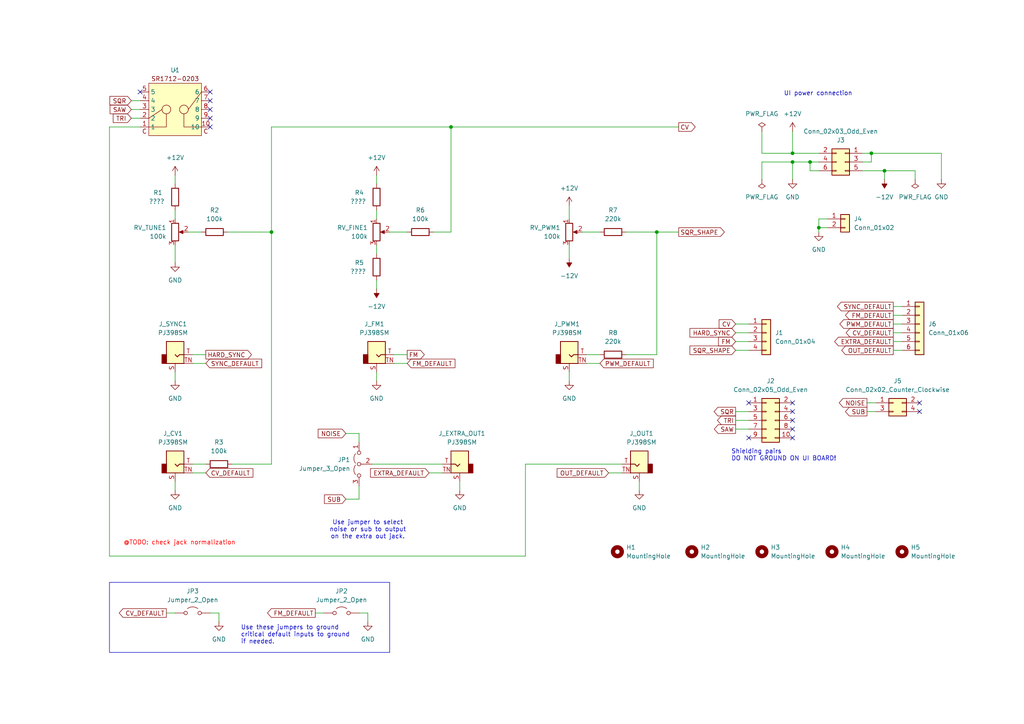
<source format=kicad_sch>
(kicad_sch (version 20250114) (generator "eeschema") (generator_version "9.0")
  (paper "A4")
  (title_block (title "Hog Moduleur VCO UI") (date "2025-07-06") (rev "v0.1") (company "Shmøergh"))
  (lib_symbols
    (symbol "Connector_Generic:Conn_01x02" (pin_names (offset 1.016) (hide yes))
      (property "Reference" "J" (at 0 2.54 0))
      (property "Value" "Conn_01x02" (at 0 -5.08 0))
      (symbol "Conn_01x02_1_1"
        (rectangle (start -1.27 1.27) (end 1.27 -3.81) (stroke (width 0.254)) (fill (type background)))
        (rectangle (start -1.27 0.127) (end 0 -0.127) (stroke (width 0.1524)))
        (rectangle (start -1.27 -2.413) (end 0 -2.667) (stroke (width 0.1524)))
        (pin passive line (at -5.08 0 0) (length 3.81) (name "Pin_1") (number "1"))
        (pin passive line (at -5.08 -2.54 0) (length 3.81) (name "Pin_2") (number "2"))
      )
    )
    (symbol "Connector_Generic:Conn_01x04" (pin_names (offset 1.016) (hide yes))
      (property "Reference" "J" (at 0 5.08 0))
      (property "Value" "Conn_01x04" (at 0 -7.62 0))
      (symbol "Conn_01x04_1_1"
        (rectangle (start -1.27 3.81) (end 1.27 -6.35) (stroke (width 0.254)) (fill (type background)))
        (rectangle (start -1.27 2.667) (end 0 2.413) (stroke (width 0.1524)))
        (rectangle (start -1.27 0.127) (end 0 -0.127) (stroke (width 0.1524)))
        (rectangle (start -1.27 -2.413) (end 0 -2.667) (stroke (width 0.1524)))
        (rectangle (start -1.27 -4.953) (end 0 -5.207) (stroke (width 0.1524)))
        (pin passive line (at -5.08 2.54 0) (length 3.81) (name "Pin_1") (number "1"))
        (pin passive line (at -5.08 0 0) (length 3.81) (name "Pin_2") (number "2"))
        (pin passive line (at -5.08 -2.54 0) (length 3.81) (name "Pin_3") (number "3"))
        (pin passive line (at -5.08 -5.08 0) (length 3.81) (name "Pin_4") (number "4"))
      )
    )
    (symbol "Connector_Generic:Conn_01x06" (pin_names (offset 1.016) (hide yes))
      (property "Reference" "J" (at 0 7.62 0))
      (property "Value" "Conn_01x06" (at 0 -10.16 0))
      (symbol "Conn_01x06_1_1"
        (rectangle (start -1.27 6.35) (end 1.27 -8.89) (stroke (width 0.254)) (fill (type background)))
        (rectangle (start -1.27 5.207) (end 0 4.953) (stroke (width 0.1524)))
        (rectangle (start -1.27 2.667) (end 0 2.413) (stroke (width 0.1524)))
        (rectangle (start -1.27 0.127) (end 0 -0.127) (stroke (width 0.1524)))
        (rectangle (start -1.27 -2.413) (end 0 -2.667) (stroke (width 0.1524)))
        (rectangle (start -1.27 -4.953) (end 0 -5.207) (stroke (width 0.1524)))
        (rectangle (start -1.27 -7.493) (end 0 -7.747) (stroke (width 0.1524)))
        (pin passive line (at -5.08 5.08 0) (length 3.81) (name "Pin_1") (number "1"))
        (pin passive line (at -5.08 2.54 0) (length 3.81) (name "Pin_2") (number "2"))
        (pin passive line (at -5.08 0 0) (length 3.81) (name "Pin_3") (number "3"))
        (pin passive line (at -5.08 -2.54 0) (length 3.81) (name "Pin_4") (number "4"))
        (pin passive line (at -5.08 -5.08 0) (length 3.81) (name "Pin_5") (number "5"))
        (pin passive line (at -5.08 -7.62 0) (length 3.81) (name "Pin_6") (number "6"))
      )
    )
    (symbol "Connector_Generic:Conn_02x02_Odd_Even" (pin_names (offset 1.016) (hide yes))
      (property "Reference" "J" (at 1.27 2.54 0))
      (property "Value" "Conn_02x02_Odd_Even" (at 1.27 -5.08 0))
      (symbol "Conn_02x02_Odd_Even_1_1"
        (rectangle (start -1.27 1.27) (end 3.81 -3.81) (stroke (width 0.254)) (fill (type background)))
        (rectangle (start -1.27 0.127) (end 0 -0.127) (stroke (width 0.1524)))
        (rectangle (start -1.27 -2.413) (end 0 -2.667) (stroke (width 0.1524)))
        (rectangle (start 3.81 0.127) (end 2.54 -0.127) (stroke (width 0.1524)))
        (rectangle (start 3.81 -2.413) (end 2.54 -2.667) (stroke (width 0.1524)))
        (pin passive line (at -5.08 0 0) (length 3.81) (name "Pin_1") (number "1"))
        (pin passive line (at -5.08 -2.54 0) (length 3.81) (name "Pin_3") (number "3"))
        (pin passive line (at 7.62 0 180) (length 3.81) (name "Pin_2") (number "2"))
        (pin passive line (at 7.62 -2.54 180) (length 3.81) (name "Pin_4") (number "4"))
      )
    )
    (symbol "Connector_Generic:Conn_02x03_Odd_Even" (pin_names (offset 1.016) (hide yes))
      (property "Reference" "J" (at 1.27 5.08 0))
      (property "Value" "Conn_02x03_Odd_Even" (at 1.27 -5.08 0))
      (symbol "Conn_02x03_Odd_Even_1_1"
        (rectangle (start -1.27 3.81) (end 3.81 -3.81) (stroke (width 0.254)) (fill (type background)))
        (rectangle (start -1.27 2.667) (end 0 2.413) (stroke (width 0.1524)))
        (rectangle (start -1.27 0.127) (end 0 -0.127) (stroke (width 0.1524)))
        (rectangle (start -1.27 -2.413) (end 0 -2.667) (stroke (width 0.1524)))
        (rectangle (start 3.81 2.667) (end 2.54 2.413) (stroke (width 0.1524)))
        (rectangle (start 3.81 0.127) (end 2.54 -0.127) (stroke (width 0.1524)))
        (rectangle (start 3.81 -2.413) (end 2.54 -2.667) (stroke (width 0.1524)))
        (pin passive line (at -5.08 2.54 0) (length 3.81) (name "Pin_1") (number "1"))
        (pin passive line (at -5.08 0 0) (length 3.81) (name "Pin_3") (number "3"))
        (pin passive line (at -5.08 -2.54 0) (length 3.81) (name "Pin_5") (number "5"))
        (pin passive line (at 7.62 2.54 180) (length 3.81) (name "Pin_2") (number "2"))
        (pin passive line (at 7.62 0 180) (length 3.81) (name "Pin_4") (number "4"))
        (pin passive line (at 7.62 -2.54 180) (length 3.81) (name "Pin_6") (number "6"))
      )
    )
    (symbol "Connector_Generic:Conn_02x05_Odd_Even" (pin_names (offset 1.016) (hide yes))
      (property "Reference" "J" (at 1.27 7.62 0))
      (property "Value" "Conn_02x05_Odd_Even" (at 1.27 -7.62 0))
      (symbol "Conn_02x05_Odd_Even_1_1"
        (rectangle (start -1.27 6.35) (end 3.81 -6.35) (stroke (width 0.254)) (fill (type background)))
        (rectangle (start -1.27 5.207) (end 0 4.953) (stroke (width 0.1524)))
        (rectangle (start -1.27 2.667) (end 0 2.413) (stroke (width 0.1524)))
        (rectangle (start -1.27 0.127) (end 0 -0.127) (stroke (width 0.1524)))
        (rectangle (start -1.27 -2.413) (end 0 -2.667) (stroke (width 0.1524)))
        (rectangle (start -1.27 -4.953) (end 0 -5.207) (stroke (width 0.1524)))
        (rectangle (start 3.81 5.207) (end 2.54 4.953) (stroke (width 0.1524)))
        (rectangle (start 3.81 2.667) (end 2.54 2.413) (stroke (width 0.1524)))
        (rectangle (start 3.81 0.127) (end 2.54 -0.127) (stroke (width 0.1524)))
        (rectangle (start 3.81 -2.413) (end 2.54 -2.667) (stroke (width 0.1524)))
        (rectangle (start 3.81 -4.953) (end 2.54 -5.207) (stroke (width 0.1524)))
        (pin passive line (at -5.08 5.08 0) (length 3.81) (name "Pin_1") (number "1"))
        (pin passive line (at -5.08 2.54 0) (length 3.81) (name "Pin_3") (number "3"))
        (pin passive line (at -5.08 0 0) (length 3.81) (name "Pin_5") (number "5"))
        (pin passive line (at -5.08 -2.54 0) (length 3.81) (name "Pin_7") (number "7"))
        (pin passive line (at -5.08 -5.08 0) (length 3.81) (name "Pin_9") (number "9"))
        (pin passive line (at 7.62 5.08 180) (length 3.81) (name "Pin_2") (number "2"))
        (pin passive line (at 7.62 2.54 180) (length 3.81) (name "Pin_4") (number "4"))
        (pin passive line (at 7.62 0 180) (length 3.81) (name "Pin_6") (number "6"))
        (pin passive line (at 7.62 -2.54 180) (length 3.81) (name "Pin_8") (number "8"))
        (pin passive line (at 7.62 -5.08 180) (length 3.81) (name "Pin_10") (number "10"))
      )
    )
    (symbol "Device:R" (pin_numbers (hide yes)) (pin_names (offset 0))
      (property "Reference" "R" (at 2.032 0 90))
      (property "Value" "R" (at 0 0 90))
      (symbol "R_0_1"
        (rectangle (start -1.016 -2.54) (end 1.016 2.54) (stroke (width 0.254)))
      )
      (symbol "R_1_1"
        (pin passive line (at 0 3.81 270) (length 1.27) (name "~") (number "1"))
        (pin passive line (at 0 -3.81 90) (length 1.27) (name "~") (number "2"))
      )
    )
    (symbol "Device:R_Potentiometer" (pin_names (offset 1.016) (hide yes))
      (property "Reference" "RV" (at -4.445 0 90))
      (property "Value" "R_Potentiometer" (at -2.54 0 90))
      (symbol "R_Potentiometer_0_1"
        (rectangle (start 1.016 2.54) (end -1.016 -2.54) (stroke (width 0.254)))
        (polyline (pts (xy 1.143 0) (xy 2.286 0.508) (xy 2.286 -0.508) (xy 1.143 0)) (fill (type outline)))
        (polyline (pts (xy 2.54 0) (xy 1.524 0)))
      )
      (symbol "R_Potentiometer_1_1"
        (pin passive line (at 0 3.81 270) (length 1.27) (name "1") (number "1"))
        (pin passive line (at 0 -3.81 90) (length 1.27) (name "3") (number "3"))
        (pin passive line (at 3.81 0 180) (length 1.27) (name "2") (number "2"))
      )
    )
    (symbol "Jumper:Jumper_2_Open" (pin_numbers (hide yes)) (pin_names (offset 0) (hide yes))
      (property "Reference" "JP" (at 0 2.794 0))
      (property "Value" "Jumper_2_Open" (at 0 -2.286 0))
      (symbol "Jumper_2_Open_0_0"
        (circle (center -2.032 0) (radius 0.508))
        (circle (center 2.032 0) (radius 0.508))
      )
      (symbol "Jumper_2_Open_0_1"
        (arc (start -1.524 1.27) (mid 0 1.778) (end 1.524 1.27))
      )
      (symbol "Jumper_2_Open_1_1"
        (pin passive line (at -5.08 0 0) (length 2.54) (name "A") (number "1"))
        (pin passive line (at 5.08 0 180) (length 2.54) (name "B") (number "2"))
      )
    )
    (symbol "Jumper:Jumper_3_Open" (pin_names (offset 0) (hide yes)) (in_bom no)
      (property "Reference" "JP" (at -2.54 -2.54 0))
      (property "Value" "Jumper_3_Open" (at 0 2.794 0))
      (symbol "Jumper_3_Open_0_0"
        (circle (center -3.302 0) (radius 0.508))
        (circle (center 0 0) (radius 0.508))
        (circle (center 3.302 0) (radius 0.508))
      )
      (symbol "Jumper_3_Open_0_1"
        (arc (start -3.048 1.016) (mid -1.651 1.4992) (end -0.254 1.016))
        (polyline (pts (xy 0 -0.508) (xy 0 -1.27)))
        (arc (start 0.254 1.016) (mid 1.651 1.4992) (end 3.048 1.016))
      )
      (symbol "Jumper_3_Open_1_1"
        (pin passive line (at -6.35 0 0) (length 2.54) (name "A") (number "1"))
        (pin passive line (at 0 -3.81 90) (length 2.54) (name "C") (number "2"))
        (pin passive line (at 6.35 0 180) (length 2.54) (name "B") (number "3"))
      )
    )
    (symbol "Mechanical:MountingHole" (pin_names (offset 1.016)) (in_bom no)
      (property "Reference" "H" (at 0 5.08 0))
      (property "Value" "MountingHole" (at 0 3.175 0))
      (symbol "MountingHole_0_1"
        (circle (center 0 0) (radius 1.27) (stroke (width 1.27)))
      )
    )
    (symbol "Shmoergh-Custom-Components:AudioJack2_Thonkiconn_S"
      (property "Reference" "J" (at 0 8.89 0))
      (property "Value" "AudioJack2_Thonkiconn" (at 0 6.35 0))
      (symbol "AudioJack2_Thonkiconn_S_0_1"
        (rectangle (start -2.54 -2.54) (end -3.81 0) (stroke (width 0.254)) (fill (type outline)))
        (polyline (pts (xy 0 0) (xy 0.635 -0.635) (xy 1.27 0) (xy 2.54 0)) (stroke (width 0.254)))
        (rectangle (start 2.54 3.81) (end -2.54 -2.54) (stroke (width 0.254)) (fill (type background)))
      )
      (symbol "AudioJack2_Thonkiconn_S_1_1"
        (pin passive line (at 0 -5.08 90) (length 2.54) (name "~") (number "S"))
        (pin bidirectional line (at 5.08 0 180) (length 2.54) (name "~") (number "T"))
        (pin passive line (at 5.08 -2.54 180) (length 2.54) (name "~") (number "TN"))
      )
    )
    (symbol "Shmoergh-Custom-Components:SR1712_0203"
      (property "Reference" "U" (at 0 1.27 0))
      (symbol "SR1712_0203_0_1"
        (polyline (pts (xy -7.62 -2.54) (xy -3.81 0)))
        (circle (center -2.54 0) (radius 1.27))
        (polyline (pts (xy -2.54 -1.27) (xy -2.54 -5.08) (xy -7.62 -5.08)))
        (circle (center 2.54 0) (radius 1.27))
        (polyline (pts (xy 7.62 5.08) (xy 3.81 0)))
        (polyline (pts (xy 7.62 -5.08) (xy 2.54 -5.08) (xy 2.54 -1.27)))
      )
      (symbol "SR1712_0203_1_1"
        (rectangle (start -7.62 7.62) (end 7.62 -7.62) (fill (type background)))
        (text "C" (at -8.89 -6.35 0) (effects (font (size 1.27 1.27))))
        (text "SR1712-0203" (at 0 8.89 0) (effects (font (size 1.27 1.27))))
        (text "C" (at 8.89 -6.35 0) (effects (font (size 1.27 1.27))))
        (pin input line (at -10.16 5.08 0) (length 2.54) (name "5") (number "5"))
        (pin input line (at -10.16 2.54 0) (length 2.54) (name "4") (number "4"))
        (pin input line (at -10.16 0 0) (length 2.54) (name "3") (number "3"))
        (pin input line (at -10.16 -2.54 0) (length 2.54) (name "2") (number "2"))
        (pin output line (at -10.16 -5.08 0) (length 2.54) (name "1") (number "1"))
        (pin input line (at 10.16 5.08 180) (length 2.54) (name "6") (number "6"))
        (pin input line (at 10.16 2.54 180) (length 2.54) (name "7") (number "7"))
        (pin input line (at 10.16 0 180) (length 2.54) (name "8") (number "8"))
        (pin input line (at 10.16 -2.54 180) (length 2.54) (name "9") (number "9"))
        (pin output line (at 10.16 -5.08 180) (length 2.54) (name "10") (number "10"))
      )
    )
    (symbol "power:+12V" (power) (pin_numbers (hide yes)) (pin_names (offset 0) (hide yes))
      (property "Value" "+12V" (at 0 3.556 0))
      (symbol "+12V_0_1"
        (polyline (pts (xy -0.762 1.27) (xy 0 2.54)))
        (polyline (pts (xy 0 2.54) (xy 0.762 1.27)))
        (polyline (pts (xy 0 0) (xy 0 2.54)))
      )
      (symbol "+12V_1_1"
        (pin power_in line (at 0 0 90) (length 0) (name "~") (number "1"))
      )
    )
    (symbol "power:-12V" (power) (pin_numbers (hide yes)) (pin_names (offset 0) (hide yes))
      (property "Value" "-12V" (at 0 3.556 0))
      (symbol "-12V_0_0"
        (pin power_in line (at 0 0 90) (length 0) (name "~") (number "1"))
      )
      (symbol "-12V_0_1"
        (polyline (pts (xy 0 0) (xy 0 1.27) (xy 0.762 1.27) (xy 0 2.54) (xy -0.762 1.27) (xy 0 1.27)) (fill (type outline)))
      )
    )
    (symbol "power:GND" (power) (pin_numbers (hide yes)) (pin_names (offset 0) (hide yes))
      (property "Value" "GND" (at 0 -3.81 0))
      (symbol "GND_0_1"
        (polyline (pts (xy 0 0) (xy 0 -1.27) (xy 1.27 -1.27) (xy 0 -2.54) (xy -1.27 -1.27) (xy 0 -1.27)))
      )
      (symbol "GND_1_1"
        (pin power_in line (at 0 0 270) (length 0) (name "~") (number "1"))
      )
    )
    (symbol "power:PWR_FLAG" (power) (pin_numbers (hide yes)) (pin_names (offset 0) (hide yes))
      (property "Value" "PWR_FLAG" (at 0 3.81 0))
      (symbol "PWR_FLAG_0_0"
        (pin power_out line (at 0 0 90) (length 0) (name "~") (number "1"))
      )
      (symbol "PWR_FLAG_0_1"
        (polyline (pts (xy 0 0) (xy 0 1.27) (xy -1.016 1.905) (xy 0 2.54) (xy 1.016 1.905) (xy 0 1.27)))
      )
    )
  )
  (rectangle (start 31.75 168.91) (end 113.03 189.23))
  (text "@TODO: check jack normalization" (at 52.07 157.48 0) (effects (font (size 1.27 1.27))))
  (text "Use these jumpers to ground \ncritical default inputs to ground \nif needed." (at 69.85 184.15 0) (effects (font (size 1.27 1.27)) (justify left)))
  (text "UI power connection" (at 227.33 27.94 0) (effects (font (size 1.27 1.27)) (justify left bottom)))
  (text "Use jumper to select\nnoise or sub to output\non the extra out jack." (at 106.68 153.67 0) (effects (font (size 1.27 1.27))))
  (text "Shielding pairs\nDO NOT GROUND ON UI BOARD!" (at 212.09 132.08 0) (effects (font (size 1.27 1.27)) (justify left)))
  (junction (at 229.87 44.45))
  (junction (at 130.81 36.83))
  (junction (at 237.49 66.04))
  (junction (at 234.95 46.99))
  (junction (at 256.54 49.53))
  (junction (at 78.74 67.31))
  (junction (at 229.87 46.99))
  (junction (at 190.5 67.31))
  (junction (at 252.73 44.45))
  (no_connect (at 229.87 127))
  (no_connect (at 60.96 29.21))
  (no_connect (at 60.96 34.29))
  (no_connect (at 217.17 116.84))
  (no_connect (at 229.87 121.92))
  (no_connect (at 229.87 119.38))
  (no_connect (at 60.96 31.75))
  (no_connect (at 229.87 116.84))
  (no_connect (at 266.7 119.38))
  (no_connect (at 229.87 124.46))
  (no_connect (at 217.17 127))
  (no_connect (at 60.96 36.83))
  (no_connect (at 266.7 116.84))
  (no_connect (at 60.96 26.67))
  (no_connect (at 40.64 26.67))
  (wire (pts (xy 213.36 119.38) (xy 217.17 119.38)))
  (wire (pts (xy 251.46 116.84) (xy 254 116.84)))
  (wire (pts (xy 59.69 137.16) (xy 55.88 137.16)))
  (wire (pts (xy 259.08 96.52) (xy 261.62 96.52)))
  (wire (pts (xy 78.74 36.83) (xy 130.81 36.83)))
  (wire (pts (xy 38.1 34.29) (xy 40.64 34.29)))
  (wire (pts (xy 259.08 101.6) (xy 261.62 101.6)))
  (wire (pts (xy 173.99 67.31) (xy 168.91 67.31)))
  (wire (pts (xy 48.26 177.8) (xy 50.8 177.8)))
  (wire (pts (xy 118.11 102.87) (xy 114.3 102.87)))
  (wire (pts (xy 78.74 134.62) (xy 67.31 134.62)))
  (wire (pts (xy 256.54 52.07) (xy 256.54 49.53)))
  (wire (pts (xy 31.75 161.29) (xy 152.4 161.29)))
  (wire (pts (xy 78.74 67.31) (xy 78.74 36.83)))
  (wire (pts (xy 91.44 177.8) (xy 93.98 177.8)))
  (wire (pts (xy 265.43 49.53) (xy 256.54 49.53)))
  (wire (pts (xy 50.8 50.8) (xy 50.8 53.34)))
  (wire (pts (xy 176.53 137.16) (xy 180.34 137.16)))
  (wire (pts (xy 63.5 180.34) (xy 63.5 177.8)))
  (wire (pts (xy 109.22 107.95) (xy 109.22 110.49)))
  (wire (pts (xy 250.19 49.53) (xy 256.54 49.53)))
  (wire (pts (xy 237.49 66.04) (xy 240.03 66.04)))
  (wire (pts (xy 213.36 101.6) (xy 217.17 101.6)))
  (wire (pts (xy 59.69 105.41) (xy 55.88 105.41)))
  (wire (pts (xy 58.42 67.31) (xy 54.61 67.31)))
  (wire (pts (xy 38.1 29.21) (xy 40.64 29.21)))
  (wire (pts (xy 50.8 60.96) (xy 50.8 63.5)))
  (wire (pts (xy 109.22 60.96) (xy 109.22 63.5)))
  (wire (pts (xy 190.5 102.87) (xy 181.61 102.87)))
  (wire (pts (xy 100.33 144.78) (xy 104.14 144.78)))
  (wire (pts (xy 213.36 121.92) (xy 217.17 121.92)))
  (wire (pts (xy 106.68 177.8) (xy 104.14 177.8)))
  (wire (pts (xy 165.1 74.93) (xy 165.1 71.12)))
  (wire (pts (xy 213.36 93.98) (xy 217.17 93.98)))
  (wire (pts (xy 152.4 134.62) (xy 180.34 134.62)))
  (wire (pts (xy 104.14 125.73) (xy 104.14 128.27)))
  (wire (pts (xy 66.04 67.31) (xy 78.74 67.31)))
  (wire (pts (xy 213.36 99.06) (xy 217.17 99.06)))
  (wire (pts (xy 251.46 119.38) (xy 254 119.38)))
  (wire (pts (xy 31.75 36.83) (xy 40.64 36.83)))
  (wire (pts (xy 130.81 36.83) (xy 130.81 67.31)))
  (wire (pts (xy 100.33 125.73) (xy 104.14 125.73)))
  (wire (pts (xy 240.03 63.5) (xy 237.49 63.5)))
  (wire (pts (xy 31.75 36.83) (xy 31.75 161.29)))
  (wire (pts (xy 50.8 71.12) (xy 50.8 76.2)))
  (wire (pts (xy 118.11 105.41) (xy 114.3 105.41)))
  (wire (pts (xy 229.87 46.99) (xy 234.95 46.99)))
  (wire (pts (xy 107.95 134.62) (xy 128.27 134.62)))
  (wire (pts (xy 237.49 63.5) (xy 237.49 66.04)))
  (wire (pts (xy 229.87 38.1) (xy 229.87 44.45)))
  (wire (pts (xy 59.69 102.87) (xy 55.88 102.87)))
  (wire (pts (xy 259.08 93.98) (xy 261.62 93.98)))
  (wire (pts (xy 252.73 44.45) (xy 250.19 44.45)))
  (wire (pts (xy 220.98 44.45) (xy 229.87 44.45)))
  (wire (pts (xy 38.1 31.75) (xy 40.64 31.75)))
  (wire (pts (xy 185.42 142.24) (xy 185.42 139.7)))
  (wire (pts (xy 78.74 67.31) (xy 78.74 134.62)))
  (wire (pts (xy 59.69 134.62) (xy 55.88 134.62)))
  (wire (pts (xy 220.98 46.99) (xy 229.87 46.99)))
  (wire (pts (xy 259.08 99.06) (xy 261.62 99.06)))
  (wire (pts (xy 273.05 52.07) (xy 273.05 44.45)))
  (wire (pts (xy 252.73 46.99) (xy 252.73 44.45)))
  (wire (pts (xy 130.81 36.83) (xy 196.85 36.83)))
  (wire (pts (xy 109.22 83.82) (xy 109.22 81.28)))
  (wire (pts (xy 124.46 137.16) (xy 128.27 137.16)))
  (wire (pts (xy 173.99 105.41) (xy 170.18 105.41)))
  (wire (pts (xy 237.49 49.53) (xy 234.95 49.53)))
  (wire (pts (xy 165.1 107.95) (xy 165.1 110.49)))
  (wire (pts (xy 133.35 142.24) (xy 133.35 139.7)))
  (wire (pts (xy 259.08 88.9) (xy 261.62 88.9)))
  (wire (pts (xy 50.8 107.95) (xy 50.8 110.49)))
  (wire (pts (xy 213.36 96.52) (xy 217.17 96.52)))
  (wire (pts (xy 181.61 67.31) (xy 190.5 67.31)))
  (wire (pts (xy 220.98 38.1) (xy 220.98 44.45)))
  (wire (pts (xy 273.05 44.45) (xy 252.73 44.45)))
  (wire (pts (xy 234.95 49.53) (xy 234.95 46.99)))
  (wire (pts (xy 213.36 124.46) (xy 217.17 124.46)))
  (wire (pts (xy 125.73 67.31) (xy 130.81 67.31)))
  (wire (pts (xy 229.87 44.45) (xy 237.49 44.45)))
  (wire (pts (xy 109.22 73.66) (xy 109.22 71.12)))
  (wire (pts (xy 234.95 46.99) (xy 237.49 46.99)))
  (wire (pts (xy 50.8 139.7) (xy 50.8 142.24)))
  (wire (pts (xy 220.98 52.07) (xy 220.98 46.99)))
  (wire (pts (xy 152.4 161.29) (xy 152.4 134.62)))
  (wire (pts (xy 109.22 50.8) (xy 109.22 53.34)))
  (wire (pts (xy 237.49 66.04) (xy 237.49 67.31)))
  (wire (pts (xy 229.87 52.07) (xy 229.87 46.99)))
  (wire (pts (xy 259.08 91.44) (xy 261.62 91.44)))
  (wire (pts (xy 63.5 177.8) (xy 60.96 177.8)))
  (wire (pts (xy 250.19 46.99) (xy 252.73 46.99)))
  (wire (pts (xy 104.14 144.78) (xy 104.14 140.97)))
  (wire (pts (xy 196.85 67.31) (xy 190.5 67.31)))
  (wire (pts (xy 118.11 67.31) (xy 113.03 67.31)))
  (wire (pts (xy 190.5 67.31) (xy 190.5 102.87)))
  (wire (pts (xy 106.68 180.34) (xy 106.68 177.8)))
  (wire (pts (xy 173.99 102.87) (xy 170.18 102.87)))
  (wire (pts (xy 165.1 59.69) (xy 165.1 63.5)))
  (wire (pts (xy 265.43 52.07) (xy 265.43 49.53)))
  (global_label "SQR" (shape input) (at 38.1 29.21 180) (property "Intersheetrefs" "${INTERSHEET_REFS}" (effects (hide yes))))
  (global_label "TRI" (shape input) (at 38.1 34.29 180) (property "Intersheetrefs" "${INTERSHEET_REFS}" (effects (hide yes))))
  (global_label "FM" (shape output) (at 118.11 102.87 0) (property "Intersheetrefs" "${INTERSHEET_REFS}" (effects (hide yes))))
  (global_label "OUT_DEFAULT" (shape input) (at 176.53 137.16 180) (property "Intersheetrefs" "${INTERSHEET_REFS}" (effects (hide yes))))
  (global_label "SQR" (shape output) (at 213.36 119.38 180) (property "Intersheetrefs" "${INTERSHEET_REFS}" (effects (hide yes))))
  (global_label "HARD_SYNC" (shape output) (at 59.69 102.87 0) (property "Intersheetrefs" "${INTERSHEET_REFS}" (effects (hide yes))))
  (global_label "NOISE" (shape input) (at 100.33 125.73 180) (property "Intersheetrefs" "${INTERSHEET_REFS}" (effects (hide yes))))
  (global_label "SUB" (shape input) (at 100.33 144.78 180) (property "Intersheetrefs" "${INTERSHEET_REFS}" (effects (hide yes))))
  (global_label "SAW" (shape input) (at 38.1 31.75 180) (property "Intersheetrefs" "${INTERSHEET_REFS}" (effects (hide yes))))
  (global_label "CV" (shape output) (at 196.85 36.83 0) (property "Intersheetrefs" "${INTERSHEET_REFS}" (effects (hide yes))))
  (global_label "EXTRA_DEFAULT" (shape input) (at 124.46 137.16 180) (property "Intersheetrefs" "${INTERSHEET_REFS}" (effects (hide yes))))
  (global_label "TRI" (shape output) (at 213.36 121.92 180) (property "Intersheetrefs" "${INTERSHEET_REFS}" (effects (hide yes))))
  (global_label "CV" (shape input) (at 213.36 93.98 180) (property "Intersheetrefs" "${INTERSHEET_REFS}" (effects (hide yes))))
  (global_label "FM_DEFAULT" (shape input) (at 118.11 105.41 0) (property "Intersheetrefs" "${INTERSHEET_REFS}" (effects (hide yes))))
  (global_label "NOISE" (shape output) (at 251.46 116.84 180) (property "Intersheetrefs" "${INTERSHEET_REFS}" (effects (hide yes))))
  (global_label "CV_DEFAULT" (shape input) (at 59.69 137.16 0) (property "Intersheetrefs" "${INTERSHEET_REFS}" (effects (hide yes))))
  (global_label "HARD_SYNC" (shape input) (at 213.36 96.52 180) (property "Intersheetrefs" "${INTERSHEET_REFS}" (effects (hide yes))))
  (global_label "SAW" (shape output) (at 213.36 124.46 180) (property "Intersheetrefs" "${INTERSHEET_REFS}" (effects (hide yes))))
  (global_label "SUB" (shape output) (at 251.46 119.38 180) (property "Intersheetrefs" "${INTERSHEET_REFS}" (effects (hide yes))))
  (global_label "PWM_DEFAULT" (shape output) (at 259.08 93.98 180) (property "Intersheetrefs" "${INTERSHEET_REFS}" (effects (hide yes))))
  (global_label "SYNC_DEFAULT" (shape output) (at 259.08 88.9 180) (property "Intersheetrefs" "${INTERSHEET_REFS}" (effects (hide yes))))
  (global_label "CV_DEFAULT" (shape output) (at 259.08 96.52 180) (property "Intersheetrefs" "${INTERSHEET_REFS}" (effects (hide yes))))
  (global_label "SQR_SHAPE" (shape input) (at 213.36 101.6 180) (property "Intersheetrefs" "${INTERSHEET_REFS}" (effects (hide yes))))
  (global_label "SYNC_DEFAULT" (shape input) (at 59.69 105.41 0) (property "Intersheetrefs" "${INTERSHEET_REFS}" (effects (hide yes))))
  (global_label "EXTRA_DEFAULT" (shape output) (at 259.08 99.06 180) (property "Intersheetrefs" "${INTERSHEET_REFS}" (effects (hide yes))))
  (global_label "OUT_DEFAULT" (shape output) (at 259.08 101.6 180) (property "Intersheetrefs" "${INTERSHEET_REFS}" (effects (hide yes))))
  (global_label "SQR_SHAPE" (shape output) (at 196.85 67.31 0) (property "Intersheetrefs" "${INTERSHEET_REFS}" (effects (hide yes))))
  (global_label "FM_DEFAULT" (shape output) (at 259.08 91.44 180) (property "Intersheetrefs" "${INTERSHEET_REFS}" (effects (hide yes))))
  (global_label "PWM_DEFAULT" (shape input) (at 173.99 105.41 0) (property "Intersheetrefs" "${INTERSHEET_REFS}" (effects (hide yes))))
  (global_label "FM" (shape input) (at 213.36 99.06 180) (property "Intersheetrefs" "${INTERSHEET_REFS}" (effects (hide yes))))
  (global_label "CV_DEFAULT" (shape output) (at 48.26 177.8 180) (property "Intersheetrefs" "${INTERSHEET_REFS}" (effects (hide yes))))
  (global_label "FM_DEFAULT" (shape output) (at 91.44 177.8 180) (property "Intersheetrefs" "${INTERSHEET_REFS}" (effects (hide yes))))
  (symbol (lib_id "power:GND") (at 133.35 142.24 0) (mirror y) (unit 1)
    (property "Reference" "#PWR08" (effects (hide yes)))
    (property "Value" "GND" (at 133.35 147.32 0))
    (property "Description" "Power symbol creates a global label with name \"GND\" , ground" (effects (hide yes)))
  )
  (symbol (lib_id "Jumper:Jumper_3_Open") (at 104.14 134.62 90) (mirror x) (unit 1) (in_bom no)
    (property "Reference" "JP1" (at 101.6 133.3499 90) (effects (justify left)))
    (property "Value" "Jumper_3_Open" (at 101.6 135.8899 90) (effects (justify left)))
    (property "Footprint" "Connector_PinHeader_2.54mm:PinHeader_1x03_P2.54mm_Horizontal" (effects (hide yes)))
    (property "Description" "Jumper, 3-pole, both open" (effects (hide yes)))
  )
  (symbol (lib_id "power:+12V") (at 229.87 38.1 0) (unit 1)
    (property "Reference" "#PWR014" (effects (hide yes)))
    (property "Value" "+12V" (at 229.87 33.02 0))
    (property "Description" "Power symbol creates a global label with name \"+12V\"" (effects (hide yes)))
  )
  (symbol (lib_id "power:GND") (at 50.8 76.2 0) (unit 1)
    (property "Reference" "#PWR02" (effects (hide yes)))
    (property "Value" "GND" (at 50.8 81.28 0))
    (property "Description" "Power symbol creates a global label with name \"GND\" , ground" (effects (hide yes)))
  )
  (symbol (lib_id "Shmoergh-Custom-Components:AudioJack2_Thonkiconn_S") (at 165.1 102.87 0) (unit 1)
    (property "Reference" "J_PWM1" (at 164.465 93.98 0))
    (property "Value" "PJ398SM" (at 164.465 96.52 0))
    (property "Footprint" "Shmoergh_Custom_Footprints:Jack_3.5mm_QingPu_WQP-PJ398SM_Vertical_CircularHoles" (effects (hide yes)))
    (property "Description" "Audio Jack, 2 Poles (Mono / TS), Grounded Sleeve" (effects (hide yes)))
  )
  (symbol (lib_id "Shmoergh-Custom-Components:AudioJack2_Thonkiconn_S") (at 185.42 134.62 0) (mirror y) (unit 1)
    (property "Reference" "J_OUT1" (at 186.055 125.73 0))
    (property "Value" "PJ398SM" (at 186.055 128.27 0))
    (property "Footprint" "Shmoergh_Custom_Footprints:Jack_3.5mm_QingPu_WQP-PJ398SM_Vertical_CircularHoles" (effects (hide yes)))
    (property "Description" "Audio Jack, 2 Poles (Mono / TS), Grounded Sleeve" (effects (hide yes)))
  )
  (symbol (lib_id "Shmoergh-Custom-Components:SR1712_0203") (at 50.8 31.75 0) (unit 1)
    (property "Reference" "U1" (at 50.8 20.32 0))
    (property "Value" "~" (at 50.8 20.32 0))
    (property "Footprint" "Shmoergh_Custom_Footprints:SR1712-0203" (effects (hide yes)))
    (property "Datasheet" "https://hu.mouser.com/datasheet/2/13/SR1712F-1815245.pdf" (effects (hide yes)))
    (property "Part No." "105-SR1712F-23NS" (effects (hide yes)))
    (property "Vendor" "Mouser" (effects (hide yes)))
  )
  (symbol (lib_id "Shmoergh-Custom-Components:AudioJack2_Thonkiconn_S") (at 50.8 134.62 0) (unit 1)
    (property "Reference" "J_CV1" (at 50.165 125.73 0))
    (property "Value" "PJ398SM" (at 50.165 128.27 0))
    (property "Footprint" "Shmoergh_Custom_Footprints:Jack_3.5mm_QingPu_WQP-PJ398SM_Vertical_CircularHoles" (effects (hide yes)))
    (property "Description" "Audio Jack, 2 Poles (Mono / TS), Grounded Sleeve" (effects (hide yes)))
  )
  (symbol (lib_id "power:-12V") (at 165.1 74.93 180) (unit 1)
    (property "Reference" "#PWR010" (effects (hide yes)))
    (property "Value" "-12V" (at 165.1 80.01 0))
    (property "Description" "Power symbol creates a global label with name \"-12V\"" (effects (hide yes)))
  )
  (symbol (lib_id "power:GND") (at 185.42 142.24 0) (mirror y) (unit 1)
    (property "Reference" "#PWR012" (effects (hide yes)))
    (property "Value" "GND" (at 185.42 147.32 0))
    (property "Description" "Power symbol creates a global label with name \"GND\" , ground" (effects (hide yes)))
  )
  (symbol (lib_id "power:-12V") (at 256.54 52.07 180) (unit 1)
    (property "Reference" "#PWR018" (effects (hide yes)))
    (property "Value" "-12V" (at 256.54 57.15 0))
    (property "Description" "Power symbol creates a global label with name \"-12V\"" (effects (hide yes)))
  )
  (symbol (lib_id "Connector_Generic:Conn_02x02_Odd_Even") (at 259.08 116.84 0) (unit 1) (in_bom no)
    (property "Reference" "J5" (at 260.35 110.49 0))
    (property "Value" "Conn_02x02_Counter_Clockwise" (at 260.35 113.03 0))
    (property "Footprint" "Connector_PinSocket_2.54mm:PinSocket_2x02_P2.54mm_Vertical" (effects (hide yes)))
    (property "Description" "Generic connector, double row, 02x02, odd/even pin numbering scheme (row 1 odd numbers, row 2 even numbers), script generated (kicad-library-utils/schlib/autogen/connector/)" (effects (hide yes)))
  )
  (symbol (lib_id "power:+12V") (at 109.22 50.8 0) (unit 1)
    (property "Reference" "#PWR05" (effects (hide yes)))
    (property "Value" "+12V" (at 109.22 45.72 0))
    (property "Description" "Power symbol creates a global label with name \"+12V\"" (effects (hide yes)))
  )
  (symbol (lib_id "Jumper:Jumper_2_Open") (at 55.88 177.8 0) (unit 1) (in_bom no)
    (property "Reference" "JP3" (at 55.88 171.45 0))
    (property "Value" "Jumper_2_Open" (at 55.88 173.99 0))
    (property "Footprint" "Connector_PinHeader_2.54mm:PinHeader_1x02_P2.54mm_Horizontal" (effects (hide yes)))
    (property "Description" "Jumper, 2-pole, open" (effects (hide yes)))
  )
  (symbol (lib_id "Mechanical:MountingHole") (at 261.62 160.02 0) (unit 1) (in_bom no)
    (property "Reference" "H5" (at 264.16 158.7499 0) (effects (justify left)))
    (property "Value" "MountingHole" (at 264.16 161.2899 0) (effects (justify left)))
    (property "Footprint" "MountingHole:MountingHole_3.2mm_M3_DIN965_Pad" (effects (hide yes)))
    (property "Description" "Mounting Hole without connection" (effects (hide yes)))
  )
  (symbol (lib_id "Connector_Generic:Conn_02x03_Odd_Even") (at 245.11 46.99 0) (mirror y) (unit 1) (in_bom no)
    (property "Reference" "J3" (at 243.84 40.64 0))
    (property "Value" "Conn_02x03_Odd_Even" (at 243.84 38.1 0))
    (property "Footprint" "Connector_PinSocket_2.54mm:PinSocket_2x03_P2.54mm_Vertical" (effects (hide yes)))
    (property "Description" "Generic connector, double row, 02x03, odd/even pin numbering scheme (row 1 odd numbers, row 2 even numbers), script generated (kicad-library-utils/schlib/autogen/connector/)" (effects (hide yes)))
  )
  (symbol (lib_id "power:+12V") (at 50.8 50.8 0) (unit 1)
    (property "Reference" "#PWR01" (effects (hide yes)))
    (property "Value" "+12V" (at 50.8 45.72 0))
    (property "Description" "Power symbol creates a global label with name \"+12V\"" (effects (hide yes)))
  )
  (symbol (lib_id "power:GND") (at 50.8 110.49 0) (unit 1)
    (property "Reference" "#PWR03" (effects (hide yes)))
    (property "Value" "GND" (at 50.8 115.57 0))
    (property "Description" "Power symbol creates a global label with name \"GND\" , ground" (effects (hide yes)))
  )
  (symbol (lib_id "Shmoergh-Custom-Components:AudioJack2_Thonkiconn_S") (at 50.8 102.87 0) (unit 1)
    (property "Reference" "J_SYNC1" (at 50.165 93.98 0))
    (property "Value" "PJ398SM" (at 50.165 96.52 0))
    (property "Footprint" "Shmoergh_Custom_Footprints:Jack_3.5mm_QingPu_WQP-PJ398SM_Vertical_CircularHoles" (effects (hide yes)))
    (property "Description" "Audio Jack, 2 Poles (Mono / TS), Grounded Sleeve" (effects (hide yes)))
  )
  (symbol (lib_id "Mechanical:MountingHole") (at 200.66 160.02 0) (unit 1) (in_bom no)
    (property "Reference" "H2" (at 203.2 158.7499 0) (effects (justify left)))
    (property "Value" "MountingHole" (at 203.2 161.2899 0) (effects (justify left)))
    (property "Footprint" "MountingHole:MountingHole_3.2mm_M3_DIN965_Pad" (effects (hide yes)))
    (property "Description" "Mounting Hole without connection" (effects (hide yes)))
  )
  (symbol (lib_id "Device:R") (at 121.92 67.31 90) (unit 1)
    (property "Reference" "R6" (at 121.92 60.96 90))
    (property "Value" "100k" (at 121.92 63.5 90))
    (property "Footprint" "Shmoergh_Custom_Footprints:R_Axial_DIN0207_L6.3mm_D2.5mm_P7.62mm_Horizontal" (effects (hide yes)))
    (property "Description" "Resistor" (effects (hide yes)))
  )
  (symbol (lib_id "power:GND") (at 109.22 110.49 0) (unit 1)
    (property "Reference" "#PWR07" (effects (hide yes)))
    (property "Value" "GND" (at 109.22 115.57 0))
    (property "Description" "Power symbol creates a global label with name \"GND\" , ground" (effects (hide yes)))
  )
  (symbol (lib_id "Connector_Generic:Conn_01x04") (at 222.25 96.52 0) (unit 1) (in_bom no)
    (property "Reference" "J1" (at 224.79 96.5199 0) (effects (justify left)))
    (property "Value" "Conn_01x04" (at 224.79 99.0599 0) (effects (justify left)))
    (property "Footprint" "Connector_PinSocket_2.54mm:PinSocket_1x04_P2.54mm_Vertical" (effects (hide yes)))
    (property "Description" "Generic connector, single row, 01x04, script generated (kicad-library-utils/schlib/autogen/connector/)" (effects (hide yes)))
  )
  (symbol (lib_id "Device:R") (at 50.8 57.15 0) (unit 1)
    (property "Reference" "R1" (at 44.45 55.88 0) (effects (justify left)))
    (property "Value" "????" (at 43.18 58.42 0) (effects (justify left)))
    (property "Footprint" "Shmoergh_Custom_Footprints:R_Axial_DIN0207_L6.3mm_D2.5mm_P7.62mm_Horizontal" (effects (hide yes)))
    (property "Description" "Resistor" (effects (hide yes)))
  )
  (symbol (lib_id "Connector_Generic:Conn_01x06") (at 266.7 93.98 0) (unit 1)
    (property "Reference" "J6" (at 269.24 93.9799 0) (effects (justify left)))
    (property "Value" "Conn_01x06" (at 269.24 96.5199 0) (effects (justify left)))
    (property "Footprint" "Connector_PinSocket_2.54mm:PinSocket_1x06_P2.54mm_Vertical" (effects (hide yes)))
    (property "Description" "Generic connector, single row, 01x06, script generated (kicad-library-utils/schlib/autogen/connector/)" (effects (hide yes)))
  )
  (symbol (lib_id "Mechanical:MountingHole") (at 179.07 160.02 0) (unit 1) (in_bom no)
    (property "Reference" "H1" (at 181.61 158.7499 0) (effects (justify left)))
    (property "Value" "MountingHole" (at 181.61 161.2899 0) (effects (justify left)))
    (property "Footprint" "MountingHole:MountingHole_3.2mm_M3_DIN965_Pad" (effects (hide yes)))
    (property "Description" "Mounting Hole without connection" (effects (hide yes)))
  )
  (symbol (lib_id "power:PWR_FLAG") (at 220.98 38.1 0) (unit 1)
    (property "Reference" "#FLG01" (effects (hide yes)))
    (property "Value" "PWR_FLAG" (at 220.98 33.02 0))
    (property "Description" "Special symbol for telling ERC where power comes from" (effects (hide yes)))
  )
  (symbol (lib_id "power:GND") (at 106.68 180.34 0) (unit 1)
    (property "Reference" "#PWR013" (effects (hide yes)))
    (property "Value" "GND" (at 106.68 185.42 0))
    (property "Description" "Power symbol creates a global label with name \"GND\" , ground" (effects (hide yes)))
  )
  (symbol (lib_id "power:GND") (at 273.05 52.07 0) (unit 1)
    (property "Reference" "#PWR019" (effects (hide yes)))
    (property "Value" "GND" (at 273.05 57.15 0))
    (property "Description" "Power symbol creates a global label with name \"GND\" , ground" (effects (hide yes)))
  )
  (symbol (lib_id "Connector_Generic:Conn_02x05_Odd_Even") (at 222.25 121.92 0) (unit 1) (in_bom no)
    (property "Reference" "J2" (at 223.52 110.49 0))
    (property "Value" "Conn_02x05_Odd_Even" (at 223.52 113.03 0))
    (property "Footprint" "Connector_PinSocket_2.54mm:PinSocket_2x05_P2.54mm_Vertical" (effects (hide yes)))
    (property "Description" "Generic connector, double row, 02x05, odd/even pin numbering scheme (row 1 odd numbers, row 2 even numbers), script generated (kicad-library-utils/schlib/autogen/connector/)" (effects (hide yes)))
  )
  (symbol (lib_id "Device:R_Potentiometer") (at 109.22 67.31 0) (unit 1)
    (property "Reference" "RV_FINE1" (at 106.68 66.0399 0) (effects (justify right)))
    (property "Value" "100k" (at 106.68 68.5799 0) (effects (justify right)))
    (property "Footprint" "Shmoergh_Custom_Footprints:Potentiometer_Bourns_Single-PTV09A" (effects (hide yes)))
    (property "Description" "Potentiometer" (effects (hide yes)))
  )
  (symbol (lib_id "power:+12V") (at 165.1 59.69 0) (unit 1)
    (property "Reference" "#PWR09" (effects (hide yes)))
    (property "Value" "+12V" (at 165.1 54.61 0))
    (property "Description" "Power symbol creates a global label with name \"+12V\"" (effects (hide yes)))
  )
  (symbol (lib_id "power:GND") (at 50.8 142.24 0) (unit 1)
    (property "Reference" "#PWR04" (effects (hide yes)))
    (property "Value" "GND" (at 50.8 147.32 0))
    (property "Description" "Power symbol creates a global label with name \"GND\" , ground" (effects (hide yes)))
  )
  (symbol (lib_id "Device:R") (at 63.5 134.62 90) (unit 1)
    (property "Reference" "R3" (at 63.5 128.27 90))
    (property "Value" "100k" (at 63.5 130.81 90))
    (property "Footprint" "Shmoergh_Custom_Footprints:R_Axial_DIN0207_L6.3mm_D2.5mm_P7.62mm_Horizontal" (effects (hide yes)))
    (property "Description" "Resistor" (effects (hide yes)))
  )
  (symbol (lib_id "power:GND") (at 63.5 180.34 0) (unit 1)
    (property "Reference" "#PWR017" (effects (hide yes)))
    (property "Value" "GND" (at 63.5 185.42 0))
    (property "Description" "Power symbol creates a global label with name \"GND\" , ground" (effects (hide yes)))
  )
  (symbol (lib_id "Device:R") (at 109.22 77.47 0) (unit 1)
    (property "Reference" "R5" (at 102.87 76.2 0) (effects (justify left)))
    (property "Value" "????" (at 101.6 78.74 0) (effects (justify left)))
    (property "Footprint" "Shmoergh_Custom_Footprints:R_Axial_DIN0207_L6.3mm_D2.5mm_P7.62mm_Horizontal" (effects (hide yes)))
    (property "Description" "Resistor" (effects (hide yes)))
  )
  (symbol (lib_id "Connector_Generic:Conn_01x02") (at 245.11 63.5 0) (unit 1)
    (property "Reference" "J4" (at 247.65 63.4999 0) (effects (justify left)))
    (property "Value" "Conn_01x02" (at 247.65 66.0399 0) (effects (justify left)))
    (property "Footprint" "Connector_PinSocket_2.54mm:PinSocket_1x02_P2.54mm_Vertical" (effects (hide yes)))
    (property "Description" "Generic connector, single row, 01x02, script generated (kicad-library-utils/schlib/autogen/connector/)" (effects (hide yes)))
  )
  (symbol (lib_id "Mechanical:MountingHole") (at 220.98 160.02 0) (unit 1) (in_bom no)
    (property "Reference" "H3" (at 223.52 158.7499 0) (effects (justify left)))
    (property "Value" "MountingHole" (at 223.52 161.2899 0) (effects (justify left)))
    (property "Footprint" "MountingHole:MountingHole_3.2mm_M3_DIN965_Pad" (effects (hide yes)))
    (property "Description" "Mounting Hole without connection" (effects (hide yes)))
  )
  (symbol (lib_id "power:GND") (at 237.49 67.31 0) (unit 1)
    (property "Reference" "#PWR016" (effects (hide yes)))
    (property "Value" "GND" (at 237.49 72.39 0))
    (property "Description" "Power symbol creates a global label with name \"GND\" , ground" (effects (hide yes)))
  )
  (symbol (lib_id "Device:R") (at 109.22 57.15 0) (unit 1)
    (property "Reference" "R4" (at 102.87 55.88 0) (effects (justify left)))
    (property "Value" "????" (at 101.6 58.42 0) (effects (justify left)))
    (property "Footprint" "Shmoergh_Custom_Footprints:R_Axial_DIN0207_L6.3mm_D2.5mm_P7.62mm_Horizontal" (effects (hide yes)))
    (property "Description" "Resistor" (effects (hide yes)))
  )
  (symbol (lib_id "power:-12V") (at 109.22 83.82 180) (unit 1)
    (property "Reference" "#PWR06" (effects (hide yes)))
    (property "Value" "-12V" (at 109.22 88.9 0))
    (property "Description" "Power symbol creates a global label with name \"-12V\"" (effects (hide yes)))
  )
  (symbol (lib_id "Mechanical:MountingHole") (at 241.3 160.02 0) (unit 1) (in_bom no)
    (property "Reference" "H4" (at 243.84 158.7499 0) (effects (justify left)))
    (property "Value" "MountingHole" (at 243.84 161.2899 0) (effects (justify left)))
    (property "Footprint" "MountingHole:MountingHole_3.2mm_M3_DIN965_Pad" (effects (hide yes)))
    (property "Description" "Mounting Hole without connection" (effects (hide yes)))
  )
  (symbol (lib_id "power:GND") (at 165.1 110.49 0) (unit 1)
    (property "Reference" "#PWR011" (effects (hide yes)))
    (property "Value" "GND" (at 165.1 115.57 0))
    (property "Description" "Power symbol creates a global label with name \"GND\" , ground" (effects (hide yes)))
  )
  (symbol (lib_id "power:PWR_FLAG") (at 220.98 52.07 180) (unit 1)
    (property "Reference" "#FLG02" (effects (hide yes)))
    (property "Value" "PWR_FLAG" (at 220.98 57.15 0))
    (property "Description" "Special symbol for telling ERC where power comes from" (effects (hide yes)))
  )
  (symbol (lib_id "Shmoergh-Custom-Components:AudioJack2_Thonkiconn_S") (at 109.22 102.87 0) (unit 1)
    (property "Reference" "J_FM1" (at 108.585 93.98 0))
    (property "Value" "PJ398SM" (at 108.585 96.52 0))
    (property "Footprint" "Shmoergh_Custom_Footprints:Jack_3.5mm_QingPu_WQP-PJ398SM_Vertical_CircularHoles" (effects (hide yes)))
    (property "Description" "Audio Jack, 2 Poles (Mono / TS), Grounded Sleeve" (effects (hide yes)))
  )
  (symbol (lib_id "Shmoergh-Custom-Components:AudioJack2_Thonkiconn_S") (at 133.35 134.62 0) (mirror y) (unit 1)
    (property "Reference" "J_EXTRA_OUT1" (at 133.985 125.73 0))
    (property "Value" "PJ398SM" (at 133.985 128.27 0))
    (property "Footprint" "Shmoergh_Custom_Footprints:Jack_3.5mm_QingPu_WQP-PJ398SM_Vertical_CircularHoles" (effects (hide yes)))
    (property "Description" "Audio Jack, 2 Poles (Mono / TS), Grounded Sleeve" (effects (hide yes)))
  )
  (symbol (lib_id "power:PWR_FLAG") (at 265.43 52.07 180) (unit 1)
    (property "Reference" "#FLG03" (effects (hide yes)))
    (property "Value" "PWR_FLAG" (at 265.43 57.15 0))
    (property "Description" "Special symbol for telling ERC where power comes from" (effects (hide yes)))
  )
  (symbol (lib_id "Device:R_Potentiometer") (at 165.1 67.31 0) (unit 1)
    (property "Reference" "RV_PWM1" (at 162.56 66.0399 0) (effects (justify right)))
    (property "Value" "100k" (at 162.56 68.5799 0) (effects (justify right)))
    (property "Footprint" "Shmoergh_Custom_Footprints:Potentiometer_Bourns_Single-PTV09A" (effects (hide yes)))
    (property "Description" "Potentiometer" (effects (hide yes)))
  )
  (symbol (lib_id "Device:R") (at 177.8 67.31 90) (unit 1)
    (property "Reference" "R7" (at 177.8 60.96 90))
    (property "Value" "220k" (at 177.8 63.5 90))
    (property "Footprint" "Shmoergh_Custom_Footprints:R_Axial_DIN0207_L6.3mm_D2.5mm_P7.62mm_Horizontal" (effects (hide yes)))
    (property "Description" "Resistor" (effects (hide yes)))
  )
  (symbol (lib_id "Device:R_Potentiometer") (at 50.8 67.31 0) (unit 1)
    (property "Reference" "RV_TUNE1" (at 48.26 66.0399 0) (effects (justify right)))
    (property "Value" "100k" (at 48.26 68.5799 0) (effects (justify right)))
    (property "Footprint" "Shmoergh_Custom_Footprints:Potentiometer_Bourns_Single-PTV09A" (effects (hide yes)))
    (property "Description" "Potentiometer" (effects (hide yes)))
  )
  (symbol (lib_id "Device:R") (at 62.23 67.31 90) (unit 1)
    (property "Reference" "R2" (at 62.23 60.96 90))
    (property "Value" "100k" (at 62.23 63.5 90))
    (property "Footprint" "Shmoergh_Custom_Footprints:R_Axial_DIN0207_L6.3mm_D2.5mm_P7.62mm_Horizontal" (effects (hide yes)))
    (property "Description" "Resistor" (effects (hide yes)))
  )
  (symbol (lib_id "power:GND") (at 229.87 52.07 0) (unit 1)
    (property "Reference" "#PWR015" (effects (hide yes)))
    (property "Value" "GND" (at 229.87 57.15 0))
    (property "Description" "Power symbol creates a global label with name \"GND\" , ground" (effects (hide yes)))
  )
  (symbol (lib_id "Device:R") (at 177.8 102.87 90) (unit 1)
    (property "Reference" "R8" (at 177.8 96.52 90))
    (property "Value" "220k" (at 177.8 99.06 90))
    (property "Footprint" "Shmoergh_Custom_Footprints:R_Axial_DIN0207_L6.3mm_D2.5mm_P7.62mm_Horizontal" (effects (hide yes)))
    (property "Description" "Resistor" (effects (hide yes)))
  )
  (symbol (lib_id "Jumper:Jumper_2_Open") (at 99.06 177.8 0) (unit 1) (in_bom no)
    (property "Reference" "JP2" (at 99.06 171.45 0))
    (property "Value" "Jumper_2_Open" (at 99.06 173.99 0))
    (property "Footprint" "Connector_PinHeader_2.54mm:PinHeader_1x02_P2.54mm_Horizontal" (effects (hide yes)))
    (property "Description" "Jumper, 2-pole, open" (effects (hide yes)))
  )
)
</source>
